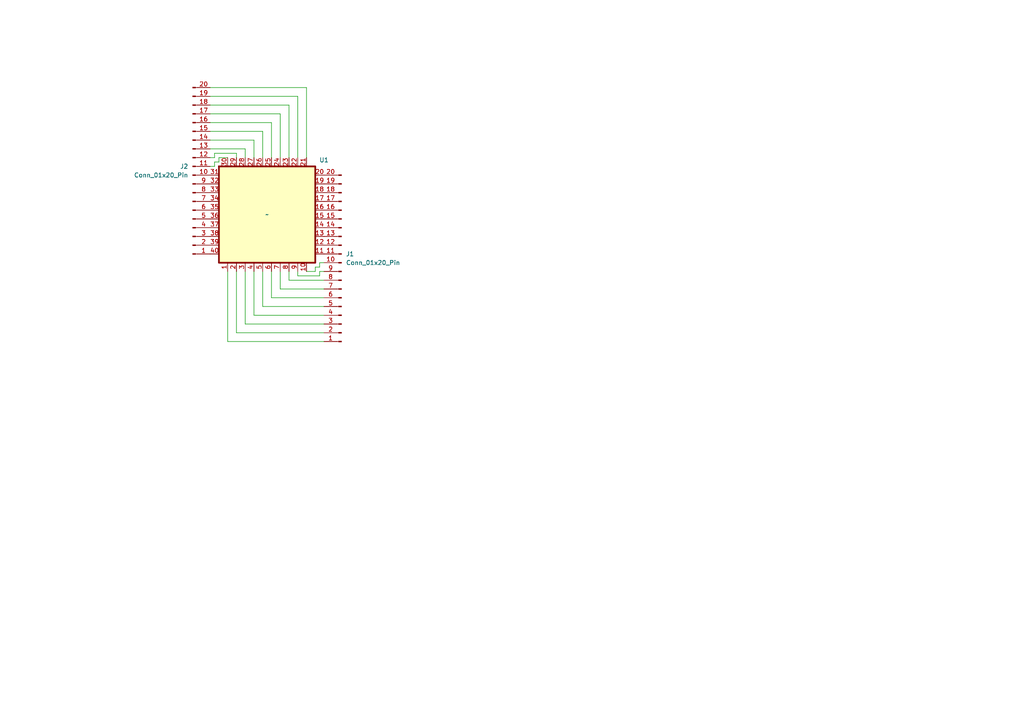
<source format=kicad_sch>
(kicad_sch (version 20230121) (generator eeschema)
  (paper "A4")
  (lib_symbols
    (symbol "Connector:Conn_01x20_Pin" (pin_names (offset 1.016) hide)
      (property "Reference" "J" (at 0 25.4 0))
      (property "Value" "Conn_01x20_Pin" (at 0 -27.94 0))
      (symbol "Conn_01x20_Pin_1_1"
        (polyline (pts (xy 1.27 -25.4) (xy 0.8636 -25.4)) (stroke (width 0.1524)))
        (polyline (pts (xy 1.27 -22.86) (xy 0.8636 -22.86)) (stroke (width 0.1524)))
        (polyline (pts (xy 1.27 -20.32) (xy 0.8636 -20.32)) (stroke (width 0.1524)))
        (polyline (pts (xy 1.27 -17.78) (xy 0.8636 -17.78)) (stroke (width 0.1524)))
        (polyline (pts (xy 1.27 -15.24) (xy 0.8636 -15.24)) (stroke (width 0.1524)))
        (polyline (pts (xy 1.27 -12.7) (xy 0.8636 -12.7)) (stroke (width 0.1524)))
        (polyline (pts (xy 1.27 -10.16) (xy 0.8636 -10.16)) (stroke (width 0.1524)))
        (polyline (pts (xy 1.27 -7.62) (xy 0.8636 -7.62)) (stroke (width 0.1524)))
        (polyline (pts (xy 1.27 -5.08) (xy 0.8636 -5.08)) (stroke (width 0.1524)))
        (polyline (pts (xy 1.27 -2.54) (xy 0.8636 -2.54)) (stroke (width 0.1524)))
        (polyline (pts (xy 1.27 0) (xy 0.8636 0)) (stroke (width 0.1524)))
        (polyline (pts (xy 1.27 2.54) (xy 0.8636 2.54)) (stroke (width 0.1524)))
        (polyline (pts (xy 1.27 5.08) (xy 0.8636 5.08)) (stroke (width 0.1524)))
        (polyline (pts (xy 1.27 7.62) (xy 0.8636 7.62)) (stroke (width 0.1524)))
        (polyline (pts (xy 1.27 10.16) (xy 0.8636 10.16)) (stroke (width 0.1524)))
        (polyline (pts (xy 1.27 12.7) (xy 0.8636 12.7)) (stroke (width 0.1524)))
        (polyline (pts (xy 1.27 15.24) (xy 0.8636 15.24)) (stroke (width 0.1524)))
        (polyline (pts (xy 1.27 17.78) (xy 0.8636 17.78)) (stroke (width 0.1524)))
        (polyline (pts (xy 1.27 20.32) (xy 0.8636 20.32)) (stroke (width 0.1524)))
        (polyline (pts (xy 1.27 22.86) (xy 0.8636 22.86)) (stroke (width 0.1524)))
        (rectangle (start 0.8636 -25.273) (end 0 -25.527) (stroke (width 0.1524)) (fill (type outline)))
        (rectangle (start 0.8636 -22.733) (end 0 -22.987) (stroke (width 0.1524)) (fill (type outline)))
        (rectangle (start 0.8636 -20.193) (end 0 -20.447) (stroke (width 0.1524)) (fill (type outline)))
        (rectangle (start 0.8636 -17.653) (end 0 -17.907) (stroke (width 0.1524)) (fill (type outline)))
        (rectangle (start 0.8636 -15.113) (end 0 -15.367) (stroke (width 0.1524)) (fill (type outline)))
        (rectangle (start 0.8636 -12.573) (end 0 -12.827) (stroke (width 0.1524)) (fill (type outline)))
        (rectangle (start 0.8636 -10.033) (end 0 -10.287) (stroke (width 0.1524)) (fill (type outline)))
        (rectangle (start 0.8636 -7.493) (end 0 -7.747) (stroke (width 0.1524)) (fill (type outline)))
        (rectangle (start 0.8636 -4.953) (end 0 -5.207) (stroke (width 0.1524)) (fill (type outline)))
        (rectangle (start 0.8636 -2.413) (end 0 -2.667) (stroke (width 0.1524)) (fill (type outline)))
        (rectangle (start 0.8636 0.127) (end 0 -0.127) (stroke (width 0.1524)) (fill (type outline)))
        (rectangle (start 0.8636 2.667) (end 0 2.413) (stroke (width 0.1524)) (fill (type outline)))
        (rectangle (start 0.8636 5.207) (end 0 4.953) (stroke (width 0.1524)) (fill (type outline)))
        (rectangle (start 0.8636 7.747) (end 0 7.493) (stroke (width 0.1524)) (fill (type outline)))
        (rectangle (start 0.8636 10.287) (end 0 10.033) (stroke (width 0.1524)) (fill (type outline)))
        (rectangle (start 0.8636 12.827) (end 0 12.573) (stroke (width 0.1524)) (fill (type outline)))
        (rectangle (start 0.8636 15.367) (end 0 15.113) (stroke (width 0.1524)) (fill (type outline)))
        (rectangle (start 0.8636 17.907) (end 0 17.653) (stroke (width 0.1524)) (fill (type outline)))
        (rectangle (start 0.8636 20.447) (end 0 20.193) (stroke (width 0.1524)) (fill (type outline)))
        (rectangle (start 0.8636 22.987) (end 0 22.733) (stroke (width 0.1524)) (fill (type outline)))
        (pin passive line (at 5.08 22.86 180) (length 3.81) (name "Pin_1") (number "1"))
        (pin passive line (at 5.08 0 180) (length 3.81) (name "Pin_10") (number "10"))
        (pin passive line (at 5.08 -2.54 180) (length 3.81) (name "Pin_11") (number "11"))
        (pin passive line (at 5.08 -5.08 180) (length 3.81) (name "Pin_12") (number "12"))
        (pin passive line (at 5.08 -7.62 180) (length 3.81) (name "Pin_13") (number "13"))
        (pin passive line (at 5.08 -10.16 180) (length 3.81) (name "Pin_14") (number "14"))
        (pin passive line (at 5.08 -12.7 180) (length 3.81) (name "Pin_15") (number "15"))
        (pin passive line (at 5.08 -15.24 180) (length 3.81) (name "Pin_16") (number "16"))
        (pin passive line (at 5.08 -17.78 180) (length 3.81) (name "Pin_17") (number "17"))
        (pin passive line (at 5.08 -20.32 180) (length 3.81) (name "Pin_18") (number "18"))
        (pin passive line (at 5.08 -22.86 180) (length 3.81) (name "Pin_19") (number "19"))
        (pin passive line (at 5.08 20.32 180) (length 3.81) (name "Pin_2") (number "2"))
        (pin passive line (at 5.08 -25.4 180) (length 3.81) (name "Pin_20") (number "20"))
        (pin passive line (at 5.08 17.78 180) (length 3.81) (name "Pin_3") (number "3"))
        (pin passive line (at 5.08 15.24 180) (length 3.81) (name "Pin_4") (number "4"))
        (pin passive line (at 5.08 12.7 180) (length 3.81) (name "Pin_5") (number "5"))
        (pin passive line (at 5.08 10.16 180) (length 3.81) (name "Pin_6") (number "6"))
        (pin passive line (at 5.08 7.62 180) (length 3.81) (name "Pin_7") (number "7"))
        (pin passive line (at 5.08 5.08 180) (length 3.81) (name "Pin_8") (number "8"))
        (pin passive line (at 5.08 2.54 180) (length 3.81) (name "Pin_9") (number "9"))
      )
    )
    (symbol "proj_local:Generic_Square_40"
      (property "Reference" "U1" (at 16.51 15.8181 0))
      (symbol "Generic_Square_40_1_1"
        (rectangle (start -13.97 13.97) (end 13.97 -13.97) (stroke (width 0.5)) (fill (type color) (color 255 255 194 1)))
        (pin input line (at -11.43 -16.51 90) (length 2.54) (name "") (number "1"))
        (pin input line (at 11.43 -16.51 90) (length 2.54) (name "") (number "10"))
        (pin input line (at 16.51 -11.43 180) (length 2.54) (name "") (number "11"))
        (pin input line (at 16.51 -8.89 180) (length 2.54) (name "") (number "12"))
        (pin input line (at 16.51 -6.35 180) (length 2.54) (name "") (number "13"))
        (pin input line (at 16.51 -3.81 180) (length 2.54) (name "") (number "14"))
        (pin input line (at 16.51 -1.27 180) (length 2.54) (name "") (number "15"))
        (pin input line (at 16.51 1.27 180) (length 2.54) (name "") (number "16"))
        (pin input line (at 16.51 3.81 180) (length 2.54) (name "") (number "17"))
        (pin input line (at 16.51 6.35 180) (length 2.54) (name "") (number "18"))
        (pin input line (at 16.51 8.89 180) (length 2.54) (name "") (number "19"))
        (pin input line (at -8.89 -16.51 90) (length 2.54) (name "") (number "2"))
        (pin input line (at 16.51 11.43 180) (length 2.54) (name "") (number "20"))
        (pin input line (at 11.43 16.51 270) (length 2.54) (name "") (number "21"))
        (pin input line (at 8.89 16.51 270) (length 2.54) (name "") (number "22"))
        (pin input line (at 6.35 16.51 270) (length 2.54) (name "") (number "23"))
        (pin input line (at 3.81 16.51 270) (length 2.54) (name "") (number "24"))
        (pin input line (at 1.27 16.51 270) (length 2.54) (name "") (number "25"))
        (pin input line (at -1.27 16.51 270) (length 2.54) (name "") (number "26"))
        (pin input line (at -3.81 16.51 270) (length 2.54) (name "") (number "27"))
        (pin input line (at -6.35 16.51 270) (length 2.54) (name "") (number "28"))
        (pin input line (at -8.89 16.51 270) (length 2.54) (name "") (number "29"))
        (pin input line (at -6.35 -16.51 90) (length 2.54) (name "") (number "3"))
        (pin input line (at -11.43 16.51 270) (length 2.54) (name "") (number "30"))
        (pin input line (at -16.51 11.43 0) (length 2.54) (name "") (number "31"))
        (pin input line (at -16.51 8.89 0) (length 2.54) (name "") (number "32"))
        (pin input line (at -16.51 6.35 0) (length 2.54) (name "") (number "33"))
        (pin input line (at -16.51 3.81 0) (length 2.54) (name "") (number "34"))
        (pin input line (at -16.51 1.27 0) (length 2.54) (name "") (number "35"))
        (pin input line (at -16.51 -1.27 0) (length 2.54) (name "") (number "36"))
        (pin input line (at -16.51 -3.81 0) (length 2.54) (name "") (number "37"))
        (pin input line (at -16.51 -6.35 0) (length 2.54) (name "") (number "38"))
        (pin input line (at -16.51 -8.89 0) (length 2.54) (name "") (number "39"))
        (pin input line (at -3.81 -16.51 90) (length 2.54) (name "") (number "4"))
        (pin input line (at -16.51 -11.43 0) (length 2.54) (name "") (number "40"))
        (pin input line (at -1.27 -16.51 90) (length 2.54) (name "") (number "5"))
        (pin input line (at 1.27 -16.51 90) (length 2.54) (name "") (number "6"))
        (pin input line (at 3.81 -16.51 90) (length 2.54) (name "") (number "7"))
        (pin input line (at 6.35 -16.51 90) (length 2.54) (name "") (number "8"))
        (pin input line (at 8.89 -16.51 90) (length 2.54) (name "") (number "9"))
      )
    )
  )
  (wire (pts (xy 88.9 25.4) (xy 88.9 45.72)))
  (wire (pts (xy 78.74 35.56) (xy 78.74 45.72)))
  (wire (pts (xy 60.96 30.48) (xy 83.82 30.48)))
  (wire (pts (xy 66.04 78.74) (xy 66.04 99.06)))
  (wire (pts (xy 66.04 45.72) (xy 63.5 45.72)))
  (wire (pts (xy 76.2 78.74) (xy 76.2 88.9)))
  (wire (pts (xy 73.66 91.44) (xy 93.98 91.44)))
  (wire (pts (xy 71.12 78.74) (xy 71.12 93.98)))
  (wire (pts (xy 81.28 78.74) (xy 81.28 83.82)))
  (wire (pts (xy 83.82 78.74) (xy 83.82 81.28)))
  (wire (pts (xy 78.74 78.74) (xy 78.74 86.36)))
  (wire (pts (xy 66.04 99.06) (xy 93.98 99.06)))
  (wire (pts (xy 71.12 43.18) (xy 71.12 45.72)))
  (wire (pts (xy 76.2 88.9) (xy 93.98 88.9)))
  (wire (pts (xy 62.23 45.72) (xy 62.23 44.45)))
  (wire (pts (xy 63.5 46.99) (xy 62.23 46.99)))
  (wire (pts (xy 63.5 45.72) (xy 63.5 46.99)))
  (wire (pts (xy 73.66 78.74) (xy 73.66 91.44)))
  (wire (pts (xy 60.96 45.72) (xy 62.23 45.72)))
  (wire (pts (xy 91.44 77.47) (xy 91.44 78.74)))
  (wire (pts (xy 92.71 80.01) (xy 92.71 78.74)))
  (wire (pts (xy 86.36 80.01) (xy 92.71 80.01)))
  (wire (pts (xy 62.23 44.45) (xy 68.58 44.45)))
  (wire (pts (xy 92.71 78.74) (xy 93.98 78.74)))
  (wire (pts (xy 86.36 78.74) (xy 86.36 80.01)))
  (wire (pts (xy 60.96 33.02) (xy 81.28 33.02)))
  (wire (pts (xy 60.96 35.56) (xy 78.74 35.56)))
  (wire (pts (xy 86.36 27.94) (xy 86.36 45.72)))
  (wire (pts (xy 91.44 77.47) (xy 92.71 77.47)))
  (wire (pts (xy 68.58 78.74) (xy 68.58 96.52)))
  (wire (pts (xy 60.96 25.4) (xy 88.9 25.4)))
  (wire (pts (xy 73.66 40.64) (xy 73.66 45.72)))
  (wire (pts (xy 88.9 78.74) (xy 91.44 78.74)))
  (wire (pts (xy 68.58 96.52) (xy 93.98 96.52)))
  (wire (pts (xy 68.58 44.45) (xy 68.58 45.72)))
  (wire (pts (xy 78.74 86.36) (xy 93.98 86.36)))
  (wire (pts (xy 81.28 83.82) (xy 93.98 83.82)))
  (wire (pts (xy 71.12 93.98) (xy 93.98 93.98)))
  (wire (pts (xy 76.2 38.1) (xy 76.2 45.72)))
  (wire (pts (xy 92.71 77.47) (xy 92.71 76.2)))
  (wire (pts (xy 83.82 81.28) (xy 93.98 81.28)))
  (wire (pts (xy 60.96 38.1) (xy 76.2 38.1)))
  (wire (pts (xy 60.96 27.94) (xy 86.36 27.94)))
  (wire (pts (xy 60.96 40.64) (xy 73.66 40.64)))
  (wire (pts (xy 92.71 76.2) (xy 93.98 76.2)))
  (wire (pts (xy 83.82 30.48) (xy 83.82 45.72)))
  (wire (pts (xy 62.23 46.99) (xy 62.23 48.26)))
  (wire (pts (xy 60.96 43.18) (xy 71.12 43.18)))
  (wire (pts (xy 60.96 48.26) (xy 62.23 48.26)))
  (wire (pts (xy 81.28 33.02) (xy 81.28 45.72)))
  (symbol (lib_id "Connector:Conn_01x20_Pin") (at 55.88 50.8 0) (mirror x) (unit 1)
    (property "Reference" "J2" (at 54.61 48.26 0) (effects (justify right)))
    (property "Value" "Conn_01x20_Pin" (at 54.61 50.8 0) (effects (justify right)))
    (property "Footprint" "Connector_PinHeader_2.54mm:PinHeader_1x20_P2.54mm_Vertical" (effects hide))
  )
  (symbol (lib_id "proj_local:Generic_Square_40") (at 77.47 62.23 0) (unit 1)
    (property "Reference" "U1" (at 93.98 46.4119 0))
    (property "Value" "~" (at 77.47 62.23 0))
    (property "Footprint" "Package_DFN_QFN:QFN-40-1EP_6x6mm_P0.5mm_EP4.6x4.6mm" (effects hide))
  )
  (symbol (lib_id "Connector:Conn_01x20_Pin") (at 99.06 76.2 180) (unit 1)
    (property "Reference" "J1" (at 100.33 73.66 0) (effects (justify right)))
    (property "Value" "Conn_01x20_Pin" (at 100.33 76.2 0) (effects (justify right)))
    (property "Footprint" "Connector_PinHeader_2.54mm:PinHeader_1x20_P2.54mm_Vertical" (effects hide))
  )
)
</source>
